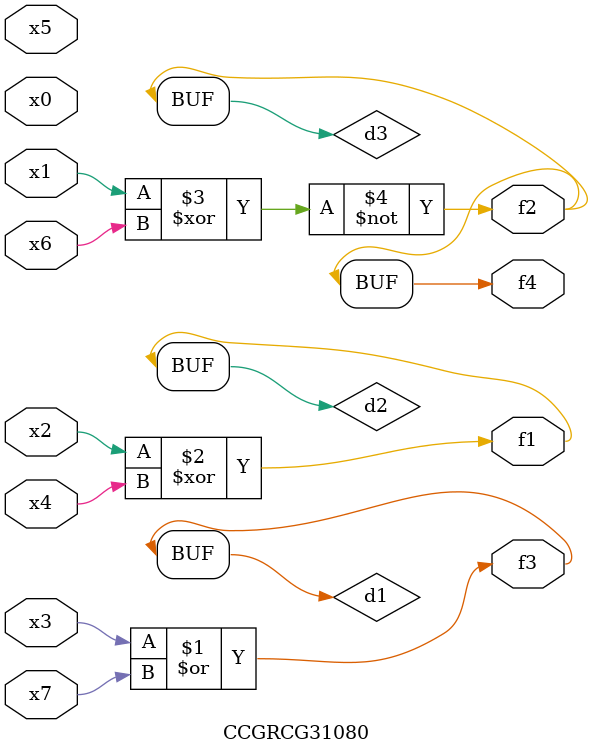
<source format=v>
module CCGRCG31080(
	input x0, x1, x2, x3, x4, x5, x6, x7,
	output f1, f2, f3, f4
);

	wire d1, d2, d3;

	or (d1, x3, x7);
	xor (d2, x2, x4);
	xnor (d3, x1, x6);
	assign f1 = d2;
	assign f2 = d3;
	assign f3 = d1;
	assign f4 = d3;
endmodule

</source>
